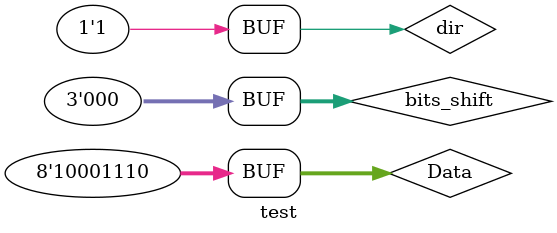
<source format=v>
module test;
	wire [7:0] Data;
	reg dir;
	reg [2:0] bits_shift;
	wire [7:0] bits_data;
	barrel_shifter bs(Data, dir, bits_shift, bits_data);
	assign Data = 8'b10001110;
	
	
	initial
		begin
			dir = 1; bits_shift = 3'b000;
			#12 dir = 1; bits_shift = 3'b001;
			#12 dir = 1; bits_shift = 3'b010;
			#12 dir = 1; bits_shift = 3'b011;
			#12 dir = 1; bits_shift = 3'b100;
			#12 dir = 1; bits_shift = 3'b101;
			#12 dir = 1; bits_shift = 3'b110;
			#12 dir = 1; bits_shift = 3'b111;
			
			#12 dir = 0; bits_shift = 3'b000;
			#12 dir = 0; bits_shift = 3'b001;
			#12 dir = 0; bits_shift = 3'b010;
			#12 dir = 0; bits_shift = 3'b011;
			#12 dir = 0; bits_shift = 3'b100;
			#12 dir = 0; bits_shift = 3'b101;
			#12 dir = 0; bits_shift = 3'b110;
			#12 dir = 0; bits_shift = 3'b111;
			#12 dir=1; bits_shift=3'b000;
		end
	initial
		begin
			$dumpfile("test.vcd");
			$dumpvars(0,test);
		end
	
endmodule

</source>
